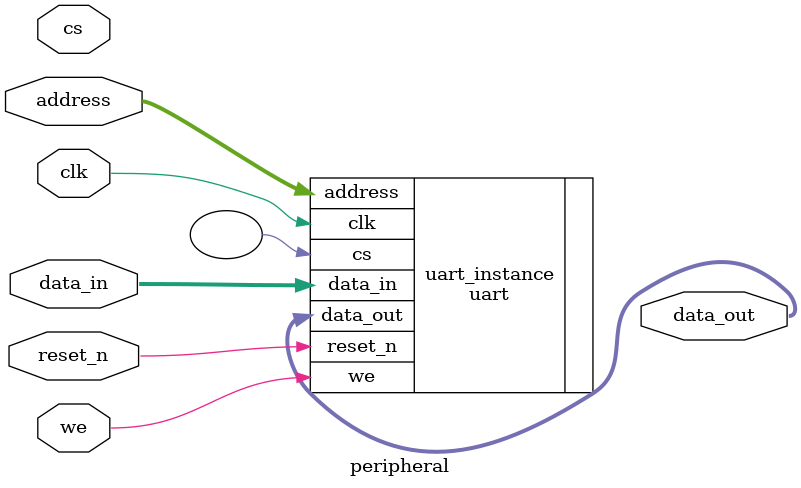
<source format=v>
`timescale 1ns / 1ps
module peripheral(
	input reset_n,
	input clk,
	input [31:0] address,
	input [31:0] data_in,
	output [31:0] data_out,
	input cs,
	input we
    ); 

	uart uart_instance(
		.reset_n(reset_n),
		.clk(clk),
		.address(address),
		.data_in(data_in),
		.data_out(data_out),
		.cs(),
		.we(we)
	);

endmodule

</source>
